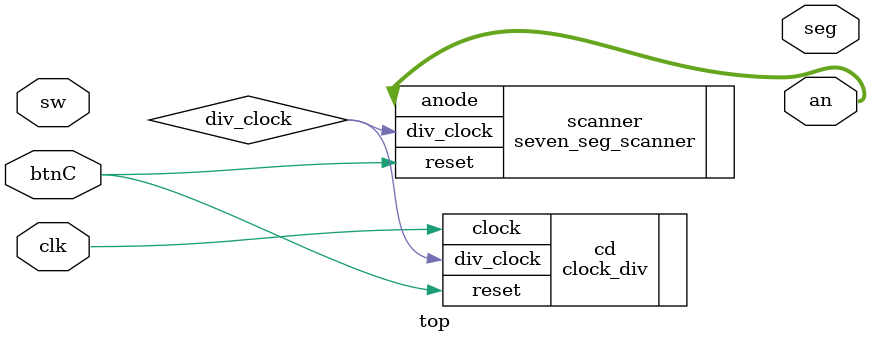
<source format=v>
module top
#(
    parameter DIVIDE_BY = 17 // Use this when passing in to your clock div!
    // The test bench will set it appropriately for testing
)
(
    input [7:0] sw, // A and B
    input clk, // 100 MHz board clock
    input btnC, // Reset
    output [3:0] an, // 7seg anodes
    output [6:0] seg // 7seg segments
);

reg div_clock;
wire [3:0] anode;
wire AplusB;
wire AminusB;

clock_div cd(
    .clock(clk),
    .reset(btnC),
    .div_clock(div_clock)
);

seven_seg_scanner scanner(
    .div_clock(div_clock),
    .reset(btnC),
    .anode(an),
    
    
);

    // Instantiate the clock divider...
    // ... wire it up to the scanner
    // ... wire the scanner to the decoder

    // Wire up the math block into the decoder

    // Do not forget to wire up resets!!

endmodule
</source>
